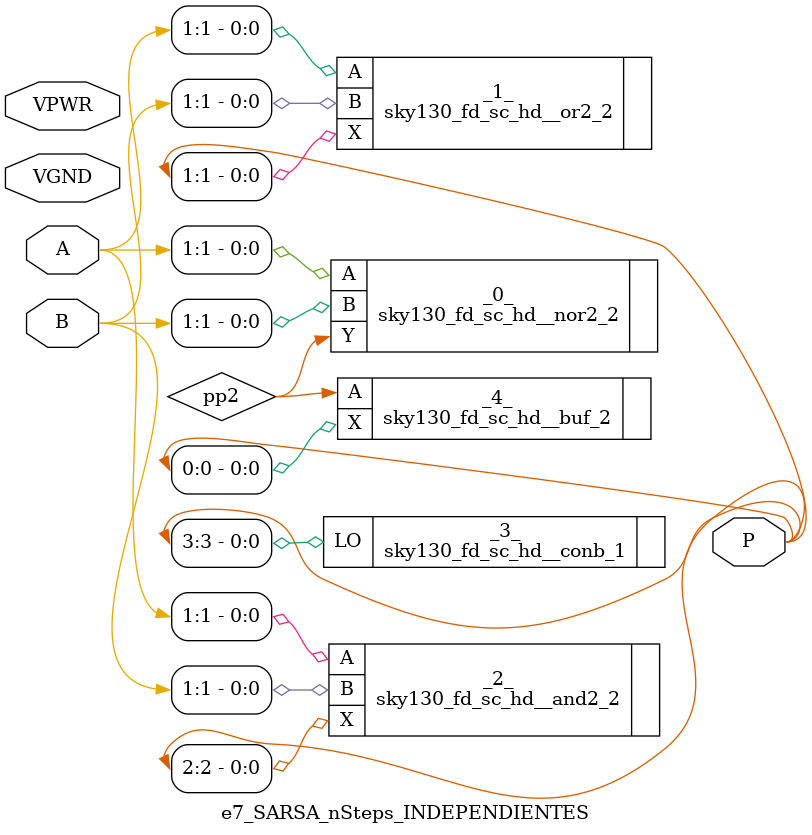
<source format=v>
module e7_SARSA_nSteps_INDEPENDIENTES (A,
    B,
    P,
    VPWR,
    VGND);
 input [1:0] A;
 input [1:0] B;
 output [3:0] P;
 inout VPWR;
 inout VGND;

 wire pp2;

 sky130_fd_sc_hd__nor2_2 _0_ (.A(A[1]),
    .B(B[1]),
    .Y(pp2));
 sky130_fd_sc_hd__or2_2 _1_ (.A(A[1]),
    .B(B[1]),
    .X(P[1]));
 sky130_fd_sc_hd__and2_2 _2_ (.A(A[1]),
    .B(B[1]),
    .X(P[2]));
 sky130_fd_sc_hd__conb_1 _3_ (.LO(P[3]));
 sky130_fd_sc_hd__buf_2 _4_ (.A(pp2),
    .X(P[0]));
 sky130_fd_sc_hd__decap_3 PHY_EDGE_ROW_0_Right_0 ();
 sky130_fd_sc_hd__decap_3 PHY_EDGE_ROW_1_Right_1 ();
 sky130_fd_sc_hd__decap_3 PHY_EDGE_ROW_2_Right_2 ();
 sky130_fd_sc_hd__decap_3 PHY_EDGE_ROW_3_Right_3 ();
 sky130_fd_sc_hd__decap_3 PHY_EDGE_ROW_4_Right_4 ();
 sky130_fd_sc_hd__decap_3 PHY_EDGE_ROW_5_Right_5 ();
 sky130_fd_sc_hd__decap_3 PHY_EDGE_ROW_6_Right_6 ();
 sky130_fd_sc_hd__decap_3 PHY_EDGE_ROW_7_Right_7 ();
 sky130_fd_sc_hd__decap_3 PHY_EDGE_ROW_8_Right_8 ();
 sky130_fd_sc_hd__decap_3 PHY_EDGE_ROW_9_Right_9 ();
 sky130_fd_sc_hd__decap_3 PHY_EDGE_ROW_0_Left_10 ();
 sky130_fd_sc_hd__decap_3 PHY_EDGE_ROW_1_Left_11 ();
 sky130_fd_sc_hd__decap_3 PHY_EDGE_ROW_2_Left_12 ();
 sky130_fd_sc_hd__decap_3 PHY_EDGE_ROW_3_Left_13 ();
 sky130_fd_sc_hd__decap_3 PHY_EDGE_ROW_4_Left_14 ();
 sky130_fd_sc_hd__decap_3 PHY_EDGE_ROW_5_Left_15 ();
 sky130_fd_sc_hd__decap_3 PHY_EDGE_ROW_6_Left_16 ();
 sky130_fd_sc_hd__decap_3 PHY_EDGE_ROW_7_Left_17 ();
 sky130_fd_sc_hd__decap_3 PHY_EDGE_ROW_8_Left_18 ();
 sky130_fd_sc_hd__decap_3 PHY_EDGE_ROW_9_Left_19 ();
 sky130_fd_sc_hd__tapvpwrvgnd_1 TAP_TAPCELL_ROW_0_20 ();
 sky130_fd_sc_hd__tapvpwrvgnd_1 TAP_TAPCELL_ROW_0_21 ();
 sky130_fd_sc_hd__tapvpwrvgnd_1 TAP_TAPCELL_ROW_1_22 ();
 sky130_fd_sc_hd__tapvpwrvgnd_1 TAP_TAPCELL_ROW_2_23 ();
 sky130_fd_sc_hd__tapvpwrvgnd_1 TAP_TAPCELL_ROW_3_24 ();
 sky130_fd_sc_hd__tapvpwrvgnd_1 TAP_TAPCELL_ROW_4_25 ();
 sky130_fd_sc_hd__tapvpwrvgnd_1 TAP_TAPCELL_ROW_5_26 ();
 sky130_fd_sc_hd__tapvpwrvgnd_1 TAP_TAPCELL_ROW_6_27 ();
 sky130_fd_sc_hd__tapvpwrvgnd_1 TAP_TAPCELL_ROW_7_28 ();
 sky130_fd_sc_hd__tapvpwrvgnd_1 TAP_TAPCELL_ROW_8_29 ();
 sky130_fd_sc_hd__tapvpwrvgnd_1 TAP_TAPCELL_ROW_9_30 ();
 sky130_fd_sc_hd__tapvpwrvgnd_1 TAP_TAPCELL_ROW_9_31 ();
endmodule

</source>
